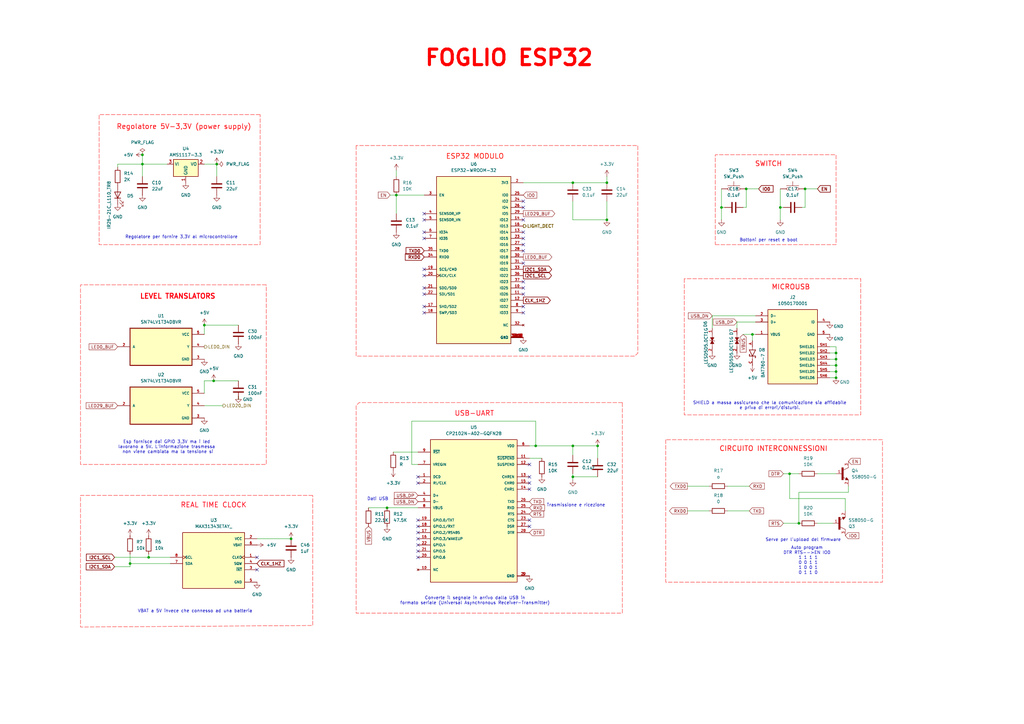
<source format=kicad_sch>
(kicad_sch (version 20250114) (generator "eeschema") (generator_version "9.0")
  (paper "A3")
  (lib_symbols
    (symbol "1050170001:1050170001" (pin_names (offset 1.016))
      (property "Reference" "J" (at -10.16 16.51 0))
      (property "Value" "1050170001" (at -10.16 -17.78 0))
      (symbol "1050170001_0_0"
        (pin bidirectional line (at -15.24 12.7 0) (length 5.08) (name "D-") (number "2"))
        (pin bidirectional line (at -15.24 10.16 0) (length 5.08) (name "D+") (number "3"))
        (pin power_in line (at -15.24 5.08 0) (length 5.08) (name "VBUS") (number "1"))
        (pin bidirectional line (at 15.24 10.16 180) (length 5.08) (name "ID") (number "4"))
        (pin power_in line (at 15.24 5.08 180) (length 5.08) (name "GND") (number "5"))
        (pin passive line (at 15.24 0 180) (length 5.08) (name "SHIELD1") (number "SH1"))
        (pin passive line (at 15.24 -2.54 180) (length 5.08) (name "SHIELD2") (number "SH2"))
        (pin passive line (at 15.24 -5.08 180) (length 5.08) (name "SHIELD3") (number "SH3"))
        (pin passive line (at 15.24 -7.62 180) (length 5.08) (name "SHIELD4") (number "SH4"))
        (pin passive line (at 15.24 -10.16 180) (length 5.08) (name "SHIELD5") (number "SH5"))
        (pin passive line (at 15.24 -12.7 180) (length 5.08) (name "SHIELD6") (number "SH6"))
      )
    )
    (symbol "BAT760-7:BAT760-7" (pin_names (offset 1.016))
      (property "Reference" "D" (at -5.08 2.54 0))
      (property "Value" "BAT760-7" (at -5.08 -3.81 0))
      (symbol "BAT760-7_0_0"
        (pin passive line (at -5.08 0 0) (length 2.54) (name "~") (number "A"))
        (pin passive line (at 5.08 0 180) (length 2.54) (name "~") (number "C"))
      )
    )
    (symbol "CP2102N-A02-GQFN28:CP2102N-A02-GQFN28" (pin_names (offset 1.016))
      (property "Reference" "U" (at -17.78 33.02 0))
      (property "Value" "CP2102N-A02-GQFN28" (at -17.78 -33.02 0))
      (symbol "CP2102N-A02-GQFN28_0_0"
        (pin input line (at -22.86 25.4 0) (length 5.08) (name "~{RST}") (number "9"))
        (pin input line (at -22.86 20.32 0) (length 5.08) (name "VREGIN") (number "7"))
        (pin input line (at -22.86 15.24 0) (length 5.08) (name "DCD") (number "1"))
        (pin bidirectional line (at -22.86 12.7 0) (length 5.08) (name "RI/CLK") (number "2"))
        (pin bidirectional line (at -22.86 7.62 0) (length 5.08) (name "D+") (number "4"))
        (pin bidirectional line (at -22.86 5.08 0) (length 5.08) (name "D-") (number "5"))
        (pin input line (at -22.86 2.54 0) (length 5.08) (name "VBUS") (number "8"))
        (pin bidirectional line (at -22.86 -2.54 0) (length 5.08) (name "GPIO.0/TXT") (number "19"))
        (pin bidirectional line (at -22.86 -5.08 0) (length 5.08) (name "GPIO.1/RXT") (number "18"))
        (pin bidirectional line (at -22.86 -7.62 0) (length 5.08) (name "GPIO.2/RS485") (number "17"))
        (pin bidirectional line (at -22.86 -10.16 0) (length 5.08) (name "GPIO.3/WAKEUP") (number "16"))
        (pin bidirectional line (at -22.86 -12.7 0) (length 5.08) (name "GPIO.4") (number "22"))
        (pin bidirectional line (at -22.86 -15.24 0) (length 5.08) (name "GPIO.5") (number "21"))
        (pin bidirectional line (at -22.86 -17.78 0) (length 5.08) (name "GPIO.6") (number "20"))
        (pin no_connect line (at -22.86 -22.86 0) (length 5.08) (name "NC") (number "10"))
        (pin power_in line (at 22.86 27.94 180) (length 5.08) (name "VDD") (number "6"))
        (pin output line (at 22.86 22.86 180) (length 5.08) (name "~{SUSPEND}") (number "11"))
        (pin output line (at 22.86 20.32 180) (length 5.08) (name "SUSPEND") (number "12"))
        (pin output line (at 22.86 15.24 180) (length 5.08) (name "CHREN") (number "13"))
        (pin output line (at 22.86 12.7 180) (length 5.08) (name "CHR0") (number "15"))
        (pin output line (at 22.86 10.16 180) (length 5.08) (name "CHR1") (number "14"))
        (pin output line (at 22.86 5.08 180) (length 5.08) (name "TXD") (number "26"))
        (pin input line (at 22.86 2.54 180) (length 5.08) (name "RXD") (number "25"))
        (pin output line (at 22.86 0 180) (length 5.08) (name "RTS") (number "24"))
        (pin input line (at 22.86 -2.54 180) (length 5.08) (name "CTS") (number "23"))
        (pin input line (at 22.86 -5.08 180) (length 5.08) (name "DSR") (number "27"))
        (pin output line (at 22.86 -7.62 180) (length 5.08) (name "DTR") (number "28"))
        (pin power_in line (at 22.86 -25.4 180) (length 5.08) (name "GND") (number "29"))
        (pin power_in line (at 22.86 -25.4 180) (length 5.08) (name "GND") (number "3"))
      )
    )
    (symbol "Device:C" (pin_numbers (hide yes)) (pin_names (offset 0.254))
      (property "Reference" "C" (at 0.635 2.54 0))
      (property "Value" "C" (at 0.635 -2.54 0))
      (symbol "C_1_1"
        (pin passive line (at 0 3.81 270) (length 2.794) (name "~") (number "1"))
        (pin passive line (at 0 -3.81 90) (length 2.794) (name "~") (number "2"))
      )
    )
    (symbol "Device:R" (pin_numbers (hide yes)) (pin_names (offset 0))
      (property "Reference" "R" (at 2.032 0 90))
      (property "Value" "R" (at 0 0 90))
      (symbol "R_1_1"
        (pin passive line (at 0 3.81 270) (length 1.27) (name "~") (number "1"))
        (pin passive line (at 0 -3.81 90) (length 1.27) (name "~") (number "2"))
      )
    )
    (symbol "ESP32-WROOM-32:ESP32-WROOM-32" (pin_names (offset 1.016))
      (property "Reference" "U" (at -15.0359 36.6745 0))
      (property "Value" "ESP32-WROOM-32" (at -15.2867 -35.6681 0))
      (symbol "ESP32-WROOM-32_0_0"
        (pin input line (at -20.32 27.94 0) (length 5.08) (name "EN") (number "3"))
        (pin input line (at -20.32 20.32 0) (length 5.08) (name "SENSOR_VP") (number "4"))
        (pin input line (at -20.32 17.78 0) (length 5.08) (name "SENSOR_VN") (number "5"))
        (pin input line (at -20.32 12.7 0) (length 5.08) (name "IO34") (number "6"))
        (pin input line (at -20.32 10.16 0) (length 5.08) (name "IO35") (number "7"))
        (pin bidirectional line (at -20.32 5.08 0) (length 5.08) (name "TXD0") (number "35"))
        (pin bidirectional line (at -20.32 2.54 0) (length 5.08) (name "RXD0") (number "34"))
        (pin bidirectional line (at -20.32 -2.54 0) (length 5.08) (name "SCS/CMD") (number "19"))
        (pin bidirectional clock (at -20.32 -5.08 0) (length 5.08) (name "SCK/CLK") (number "20"))
        (pin bidirectional line (at -20.32 -10.16 0) (length 5.08) (name "SDO/SD0") (number "21"))
        (pin bidirectional line (at -20.32 -12.7 0) (length 5.08) (name "SDI/SD1") (number "22"))
        (pin bidirectional line (at -20.32 -17.78 0) (length 5.08) (name "SHD/SD2") (number "17"))
        (pin bidirectional line (at -20.32 -20.32 0) (length 5.08) (name "SWP/SD3") (number "18"))
        (pin power_in line (at 20.32 33.02 180) (length 5.08) (name "3V3") (number "2"))
        (pin bidirectional line (at 20.32 27.94 180) (length 5.08) (name "IO0") (number "25"))
        (pin bidirectional line (at 20.32 25.4 180) (length 5.08) (name "IO2") (number "24"))
        (pin bidirectional line (at 20.32 22.86 180) (length 5.08) (name "IO4") (number "26"))
        (pin bidirectional line (at 20.32 20.32 180) (length 5.08) (name "IO5") (number "29"))
        (pin bidirectional line (at 20.32 17.78 180) (length 5.08) (name "IO12") (number "14"))
        (pin bidirectional line (at 20.32 15.24 180) (length 5.08) (name "IO13") (number "16"))
        (pin bidirectional line (at 20.32 12.7 180) (length 5.08) (name "IO14") (number "13"))
        (pin bidirectional line (at 20.32 10.16 180) (length 5.08) (name "IO15") (number "23"))
        (pin bidirectional line (at 20.32 7.62 180) (length 5.08) (name "IO16") (number "27"))
        (pin bidirectional line (at 20.32 5.08 180) (length 5.08) (name "IO17") (number "28"))
        (pin bidirectional line (at 20.32 2.54 180) (length 5.08) (name "IO18") (number "30"))
        (pin bidirectional line (at 20.32 0 180) (length 5.08) (name "IO19") (number "31"))
        (pin bidirectional line (at 20.32 -2.54 180) (length 5.08) (name "IO21") (number "33"))
        (pin bidirectional line (at 20.32 -5.08 180) (length 5.08) (name "IO22") (number "36"))
        (pin bidirectional line (at 20.32 -7.62 180) (length 5.08) (name "IO23") (number "37"))
        (pin bidirectional line (at 20.32 -10.16 180) (length 5.08) (name "IO25") (number "10"))
        (pin bidirectional line (at 20.32 -12.7 180) (length 5.08) (name "IO26") (number "11"))
        (pin bidirectional line (at 20.32 -15.24 180) (length 5.08) (name "IO27") (number "12"))
        (pin bidirectional line (at 20.32 -17.78 180) (length 5.08) (name "IO32") (number "8"))
        (pin bidirectional line (at 20.32 -20.32 180) (length 5.08) (name "IO33") (number "9"))
        (pin no_connect line (at 20.32 -25.4 180) (length 5.08) (name "NC") (number "32"))
        (pin power_in line (at 20.32 -30.48 180) (length 5.08) (name "GND") (number "1"))
        (pin power_in line (at 20.32 -30.48 180) (length 5.08) (name "GND") (number "15"))
        (pin power_in line (at 20.32 -30.48 180) (length 5.08) (name "GND") (number "38"))
        (pin power_in line (at 20.32 -30.48 180) (length 5.08) (name "GND") (number "39_1"))
        (pin power_in line (at 20.32 -30.48 180) (length 5.08) (name "GND") (number "39_10"))
        (pin power_in line (at 20.32 -30.48 180) (length 5.08) (name "GND") (number "39_11"))
        (pin power_in line (at 20.32 -30.48 180) (length 5.08) (name "GND") (number "39_12"))
        (pin power_in line (at 20.32 -30.48 180) (length 5.08) (name "GND") (number "39_13"))
        (pin power_in line (at 20.32 -30.48 180) (length 5.08) (name "GND") (number "39_14"))
        (pin power_in line (at 20.32 -30.48 180) (length 5.08) (name "GND") (number "39_15"))
        (pin power_in line (at 20.32 -30.48 180) (length 5.08) (name "GND") (number "39_16"))
        (pin power_in line (at 20.32 -30.48 180) (length 5.08) (name "GND") (number "39_17"))
        (pin power_in line (at 20.32 -30.48 180) (length 5.08) (name "GND") (number "39_18"))
        (pin power_in line (at 20.32 -30.48 180) (length 5.08) (name "GND") (number "39_19"))
        (pin power_in line (at 20.32 -30.48 180) (length 5.08) (name "GND") (number "39_2"))
        (pin power_in line (at 20.32 -30.48 180) (length 5.08) (name "GND") (number "39_20"))
        (pin power_in line (at 20.32 -30.48 180) (length 5.08) (name "GND") (number "39_21"))
        (pin power_in line (at 20.32 -30.48 180) (length 5.08) (name "GND") (number "39_3"))
        (pin power_in line (at 20.32 -30.48 180) (length 5.08) (name "GND") (number "39_4"))
        (pin power_in line (at 20.32 -30.48 180) (length 5.08) (name "GND") (number "39_5"))
        (pin power_in line (at 20.32 -30.48 180) (length 5.08) (name "GND") (number "39_6"))
        (pin power_in line (at 20.32 -30.48 180) (length 5.08) (name "GND") (number "39_7"))
        (pin power_in line (at 20.32 -30.48 180) (length 5.08) (name "GND") (number "39_8"))
        (pin power_in line (at 20.32 -30.48 180) (length 5.08) (name "GND") (number "39_9"))
      )
    )
    (symbol "LED:IR26-21C_L110_TR8" (pin_numbers (hide yes)) (pin_names (offset 1.016) (hide yes))
      (property "Reference" "D" (at 0 2.54 0))
      (property "Value" "IR26-21C_L110_TR8" (at 0 -3.81 0))
      (symbol "IR26-21C_L110_TR8_1_1"
        (pin passive line (at -3.81 0 0) (length 2.54) (name "K") (number "1"))
        (pin passive line (at 3.81 0 180) (length 2.54) (name "A") (number "2"))
      )
    )
    (symbol "LESD5D5.0CT1G:LESD5D5.0CT1G" (pin_names (offset 1.016))
      (property "Reference" "D" (at -5.08 2.54 0))
      (property "Value" "LESD5D5.0CT1G" (at -5.08 -5.08 0))
      (symbol "LESD5D5.0CT1G_0_0"
        (pin passive line (at -5.08 0 0) (length 2.54) (name "~") (number "1"))
        (pin passive line (at 5.08 0 180) (length 2.54) (name "~") (number "2"))
      )
    )
    (symbol "MAX31343ETAY_:MAX31343ETAY_" (pin_names (offset 1.016))
      (property "Reference" "U" (at -12.7 11.43 0))
      (property "Value" "MAX31343ETAY_" (at -12.7 -15.24 0))
      (symbol "MAX31343ETAY__0_0"
        (pin input clock (at -17.78 0 0) (length 5.08) (name "SCL") (number "8"))
        (pin bidirectional line (at -17.78 -2.54 0) (length 5.08) (name "SDA") (number "7"))
        (pin power_in line (at 17.78 7.62 180) (length 5.08) (name "VCC") (number "2"))
        (pin power_in line (at 17.78 5.08 180) (length 5.08) (name "VBAT") (number "6"))
        (pin output clock (at 17.78 0 180) (length 5.08) (name "CLKO") (number "1"))
        (pin output line (at 17.78 -2.54 180) (length 5.08) (name "SQW") (number "4"))
        (pin output line (at 17.78 -5.08 180) (length 5.08) (name "~{INT}") (number "3"))
        (pin power_in line (at 17.78 -10.16 180) (length 5.08) (name "GND") (number "5"))
        (pin power_in line (at 17.78 -10.16 180) (length 5.08) (hide yes) (name "GND") (number "9"))
      )
    )
    (symbol "Regulator_Linear:AMS1117-3.3"
      (property "Reference" "U" (at -3.81 3.175 0))
      (property "Value" "AMS1117-3.3" (at 0 3.175 0))
      (symbol "AMS1117-3.3_1_1"
        (pin power_in line (at -7.62 0 0) (length 2.54) (name "VI") (number "3"))
        (pin power_in line (at 0 -7.62 90) (length 2.54) (name "GND") (number "1"))
        (pin power_out line (at 7.62 0 180) (length 2.54) (name "VO") (number "2"))
      )
    )
    (symbol "SN74LV1T34DBVR:SN74LV1T34DBVR" (pin_names (offset 1.016))
      (property "Reference" "U" (at -12.7 8.62 0))
      (property "Value" "SN74LV1T34DBVR" (at -12.7 -11.62 0))
      (symbol "SN74LV1T34DBVR_0_0"
        (pin input line (at -17.78 0 0) (length 5.08) (name "A") (number "2"))
        (pin power_in line (at 17.78 5.08 180) (length 5.08) (name "VCC") (number "5"))
        (pin output line (at 17.78 0 180) (length 5.08) (name "Y") (number "4"))
        (pin power_in line (at 17.78 -5.08 180) (length 5.08) (name "GND") (number "3"))
      )
    )
    (symbol "SS8050-G:SS8050-G" (pin_names (offset 1.016))
      (property "Reference" "Q" (at -10.16 7.62 0))
      (property "Value" "SS8050-G" (at -10.16 -7.62 0))
      (symbol "SS8050-G_0_0"
        (pin passive line (at -2.54 0 0) (length 2.54) (name "~") (number "1"))
        (pin passive line (at 2.54 5.08 270) (length 2.54) (name "~") (number "3"))
        (pin passive line (at 2.54 -5.08 90) (length 2.54) (name "~") (number "2"))
      )
    )
    (symbol "Switch:SW_Push" (pin_numbers (hide yes)) (pin_names (offset 1.016) (hide yes))
      (property "Reference" "SW" (at 1.27 2.54 0))
      (property "Value" "SW_Push" (at 0 -1.524 0))
      (symbol "SW_Push_0_1"
        (pin passive line (at -5.08 0 0) (length 2.54) (name "1") (number "1"))
        (pin passive line (at 5.08 0 180) (length 2.54) (name "2") (number "2"))
      )
    )
    (symbol "power:+3.3V" (power) (pin_numbers (hide yes)) (pin_names (offset 0) (hide yes))
      (property "Value" "+3.3V" (at 0 3.556 0))
      (symbol "+3.3V_1_1"
        (pin power_in line (at 0 0 90) (length 0) (name "~") (number "1"))
      )
    )
    (symbol "power:+5V" (power) (pin_numbers (hide yes)) (pin_names (offset 0) (hide yes))
      (property "Value" "+5V" (at 0 3.556 0))
      (symbol "+5V_1_1"
        (pin power_in line (at 0 0 90) (length 0) (name "~") (number "1"))
      )
    )
    (symbol "power:GND" (power) (pin_numbers (hide yes)) (pin_names (offset 0) (hide yes))
      (property "Value" "GND" (at 0 -3.81 0))
      (symbol "GND_1_1"
        (pin power_in line (at 0 0 270) (length 0) (name "~") (number "1"))
      )
    )
    (symbol "power:PWR_FLAG" (power) (pin_numbers (hide yes)) (pin_names (offset 0) (hide yes))
      (property "Value" "PWR_FLAG" (at 0 3.81 0))
      (symbol "PWR_FLAG_0_0"
        (pin power_out line (at 0 0 90) (length 0) (name "~") (number "1"))
      )
    )
  )
  (text "Bottoni per reset e boot\n" (at 315.214 98.552 0) (effects (font (size 1.27 1.27))))
  (text "USB-UART" (at 194.564 169.672 0) (effects (font (size 2.032 2.032) (thickness 0.254) (bold yes))))
  (text "Regolatore per fornire 3,3V al microcontrollore" (at 74.422 97.282 0) (effects (font (size 1.27 1.27))))
  (text "FOGLIO ESP32\n" (at 208.788 23.876 0) (effects (font (size 6.35 6.35) (thickness 1.27) (bold yes))))
  (text "Regolatore 5V-3,3V (power supply)\n" (at 75.438 52.07 0) (effects (font (size 2.032 2.032) (thickness 0.254) (bold yes))))
  (text "CIRCUITO INTERCONNESSIONI" (at 317.246 184.15 0) (effects (font (size 2.032 2.032) (thickness 0.254) (bold yes))))
  (text "LEVEL TRANSLATORS" (at 72.898 121.666 0) (effects (font (size 2.032 2.032) (thickness 0.4064) (bold yes))))
  (text "VBAT a 5V invece che connesso ad una batteria" (at 80.01 250.698 0) (effects (font (size 1.27 1.27))))
  (text "Serve per l'upload del firmware" (at 329.438 221.488 0) (effects (font (size 1.27 1.27))))
  (text "Trasmissione e ricezione" (at 236.22 207.264 0) (effects (font (size 1.27 1.27))))
  (text "Auto program\nDTR RTS-->EN IO0\n 1 1 1 1\n 0 0 1 1\n 1 0 0 1\n 0 1 1 0" (at 330.962 229.87 0) (effects (font (size 1.27 1.27))))
  (text "SHIELD a massa assicurano che la comunicazione sia affidabile\ne priva di errori/disturbi.\n" (at 315.722 166.37 0) (effects (font (size 1.27 1.27))))
  (text "Dati USB" (at 154.94 204.724 0) (effects (font (size 1.27 1.27))))
  (text "MICROUSB" (at 324.358 117.856 0) (effects (font (size 2.032 2.032) (thickness 0.254) (bold yes))))
  (text "Esp fornisce dai GPIO 3,3V ma i led \nlavorano a 5V. L'informazione trasmessa \nnon viene cambiata ma la tensione si" (at 68.834 183.388 0) (effects (font (size 1.27 1.27))))
  (text "SWITCH" (at 315.214 67.31 0) (effects (font (size 2.032 2.032) (thickness 0.254) (bold yes))))
  (text "Converte il segnale in arrivo dalla USB in\nformato seriale (Universal Asynchronous Receiver-Transmitter)" (at 194.818 246.38 0) (effects (font (size 1.27 1.27))))
  (text "ESP32 MODULO" (at 194.818 64.262 0) (effects (font (size 2.032 2.032) (thickness 0.254) (bold yes))))
  (text "REAL TIME CLOCK" (at 87.63 207.264 0) (effects (font (size 2.032 2.032) (thickness 0.254) (bold yes))))
  (junction (at 342.9 152.4))
  (junction (at 219.71 182.88))
  (junction (at 323.85 194.31))
  (junction (at 248.92 90.17))
  (junction (at 327.66 214.63))
  (junction (at 234.95 74.93))
  (junction (at 306.07 77.47))
  (junction (at 342.9 147.32))
  (junction (at 53.34 231.14))
  (junction (at 330.2 77.47))
  (junction (at 60.96 228.6))
  (junction (at 342.9 149.86))
  (junction (at 234.95 195.58))
  (junction (at 58.42 67.31))
  (junction (at 245.11 182.88))
  (junction (at 87.63 156.21))
  (junction (at 342.9 154.94))
  (junction (at 58.42 63.5))
  (junction (at 234.95 182.88))
  (junction (at 295.91 85.09))
  (junction (at 88.9 67.31))
  (junction (at 83.82 133.35))
  (junction (at 308.61 137.16))
  (junction (at 320.04 85.09))
  (junction (at 342.9 144.78))
  (junction (at 158.75 208.28))
  (junction (at 248.92 74.93))
  (junction (at 119.38 220.98))
  (junction (at 162.56 80.01))
  (no_connect (at 214.63 118.11))
  (no_connect (at 214.63 95.25))
  (no_connect (at 173.99 95.25))
  (no_connect (at 171.45 215.9))
  (no_connect (at 171.45 198.12))
  (no_connect (at 173.99 128.27))
  (no_connect (at 171.45 213.36))
  (no_connect (at 173.99 120.65))
  (no_connect (at 214.63 115.57))
  (no_connect (at 214.63 125.73))
  (no_connect (at 214.63 82.55))
  (no_connect (at 214.63 102.87))
  (no_connect (at 214.63 85.09))
  (no_connect (at 105.41 233.68))
  (no_connect (at 217.17 215.9))
  (no_connect (at 173.99 110.49))
  (no_connect (at 171.45 223.52))
  (no_connect (at 171.45 220.98))
  (no_connect (at 171.45 218.44))
  (no_connect (at 214.63 100.33))
  (no_connect (at 171.45 228.6))
  (no_connect (at 214.63 120.65))
  (no_connect (at 217.17 195.58))
  (no_connect (at 217.17 190.5))
  (no_connect (at 105.41 228.6))
  (no_connect (at 173.99 97.79))
  (no_connect (at 173.99 113.03))
  (no_connect (at 171.45 226.06))
  (no_connect (at 217.17 198.12))
  (no_connect (at 214.63 128.27))
  (no_connect (at 214.63 90.17))
  (no_connect (at 173.99 90.17))
  (no_connect (at 214.63 107.95))
  (no_connect (at 217.17 213.36))
  (no_connect (at 173.99 87.63))
  (no_connect (at 214.63 97.79))
  (no_connect (at 173.99 118.11))
  (no_connect (at 173.99 125.73))
  (no_connect (at 217.17 200.66))
  (no_connect (at 171.45 195.58))
  (wire (pts (xy 306.07 85.09) (xy 306.07 77.47)))
  (wire (pts (xy 46.99 228.6) (xy 60.96 228.6)))
  (wire (pts (xy 323.85 204.47) (xy 323.85 194.31)))
  (wire (pts (xy 320.04 77.47) (xy 320.04 85.09)))
  (wire (pts (xy 342.9 147.32) (xy 342.9 144.78)))
  (wire (pts (xy 58.42 63.5) (xy 58.42 67.31)))
  (wire (pts (xy 292.1 129.54) (xy 309.88 129.54)))
  (wire (pts (xy 219.71 172.72) (xy 219.71 182.88)))
  (wire (pts (xy 234.95 194.31) (xy 234.95 195.58)))
  (wire (pts (xy 83.82 133.35) (xy 97.79 133.35)))
  (wire (pts (xy 234.95 182.88) (xy 245.11 182.88)))
  (wire (pts (xy 330.2 77.47) (xy 335.28 77.47)))
  (wire (pts (xy 342.9 154.94) (xy 342.9 152.4)))
  (wire (pts (xy 234.95 182.88) (xy 234.95 186.69)))
  (wire (pts (xy 340.36 154.94) (xy 342.9 154.94)))
  (wire (pts (xy 342.9 144.78) (xy 342.9 142.24)))
  (wire (pts (xy 302.26 132.08) (xy 309.88 132.08)))
  (wire (pts (xy 298.45 199.39) (xy 307.34 199.39)))
  (wire (pts (xy 219.71 182.88) (xy 234.95 182.88)))
  (wire (pts (xy 321.31 214.63) (xy 327.66 214.63)))
  (wire (pts (xy 151.13 208.28) (xy 158.75 208.28)))
  (wire (pts (xy 234.95 195.58) (xy 234.95 196.85)))
  (wire (pts (xy 340.36 149.86) (xy 342.9 149.86)))
  (wire (pts (xy 308.61 137.16) (xy 309.88 137.16)))
  (wire (pts (xy 162.56 80.01) (xy 173.99 80.01)))
  (wire (pts (xy 320.04 85.09) (xy 320.04 90.17)))
  (wire (pts (xy 340.36 144.78) (xy 342.9 144.78)))
  (wire (pts (xy 97.79 163.83) (xy 97.79 162.56)))
  (wire (pts (xy 306.07 77.47) (xy 311.15 77.47)))
  (wire (pts (xy 234.95 74.93) (xy 248.92 74.93)))
  (wire (pts (xy 91.44 166.37) (xy 83.82 166.37)))
  (wire (pts (xy 58.42 67.31) (xy 68.58 67.31)))
  (wire (pts (xy 88.9 67.31) (xy 88.9 72.39)))
  (wire (pts (xy 48.26 67.31) (xy 58.42 67.31)))
  (wire (pts (xy 292.1 134.62) (xy 292.1 129.54)))
  (wire (pts (xy 321.31 194.31) (xy 323.85 194.31)))
  (wire (pts (xy 245.11 195.58) (xy 234.95 195.58)))
  (wire (pts (xy 304.8 85.09) (xy 306.07 85.09)))
  (wire (pts (xy 248.92 82.55) (xy 248.92 90.17)))
  (wire (pts (xy 342.9 152.4) (xy 342.9 149.86)))
  (wire (pts (xy 69.85 228.6) (xy 60.96 228.6)))
  (wire (pts (xy 162.56 87.63) (xy 162.56 80.01)))
  (wire (pts (xy 340.36 152.4) (xy 342.9 152.4)))
  (wire (pts (xy 302.26 134.62) (xy 302.26 132.08)))
  (wire (pts (xy 105.41 220.98) (xy 119.38 220.98)))
  (wire (pts (xy 162.56 69.85) (xy 162.56 72.39)))
  (wire (pts (xy 83.82 161.29) (xy 83.82 156.21)))
  (wire (pts (xy 245.11 187.96) (xy 245.11 182.88)))
  (wire (pts (xy 335.28 214.63) (xy 341.63 214.63)))
  (wire (pts (xy 295.91 77.47) (xy 295.91 85.09)))
  (wire (pts (xy 295.91 85.09) (xy 295.91 90.17)))
  (wire (pts (xy 342.9 149.86) (xy 342.9 147.32)))
  (wire (pts (xy 83.82 156.21) (xy 87.63 156.21)))
  (wire (pts (xy 217.17 187.96) (xy 222.25 187.96)))
  (wire (pts (xy 234.95 90.17) (xy 248.92 90.17)))
  (wire (pts (xy 281.94 209.55) (xy 290.83 209.55)))
  (wire (pts (xy 298.45 209.55) (xy 307.34 209.55)))
  (wire (pts (xy 60.96 228.6) (xy 60.96 227.33)))
  (wire (pts (xy 328.93 85.09) (xy 330.2 85.09)))
  (wire (pts (xy 323.85 194.31) (xy 327.66 194.31)))
  (wire (pts (xy 346.71 204.47) (xy 323.85 204.47)))
  (wire (pts (xy 83.82 137.16) (xy 83.82 133.35)))
  (wire (pts (xy 320.04 85.09) (xy 321.31 85.09)))
  (wire (pts (xy 248.92 72.39) (xy 248.92 74.93)))
  (wire (pts (xy 171.45 190.5) (xy 168.91 190.5)))
  (wire (pts (xy 330.2 85.09) (xy 330.2 77.47)))
  (wire (pts (xy 168.91 172.72) (xy 219.71 172.72)))
  (wire (pts (xy 53.34 232.41) (xy 53.34 231.14)))
  (wire (pts (xy 340.36 147.32) (xy 342.9 147.32)))
  (wire (pts (xy 347.98 201.93) (xy 347.98 199.39)))
  (wire (pts (xy 335.28 194.31) (xy 342.9 194.31)))
  (wire (pts (xy 160.02 80.01) (xy 162.56 80.01)))
  (wire (pts (xy 58.42 72.39) (xy 58.42 67.31)))
  (wire (pts (xy 168.91 190.5) (xy 168.91 172.72)))
  (wire (pts (xy 342.9 142.24) (xy 340.36 142.24)))
  (wire (pts (xy 217.17 182.88) (xy 219.71 182.88)))
  (wire (pts (xy 161.29 185.42) (xy 171.45 185.42)))
  (wire (pts (xy 346.71 209.55) (xy 346.71 204.47)))
  (wire (pts (xy 234.95 82.55) (xy 234.95 90.17)))
  (wire (pts (xy 48.26 68.58) (xy 48.26 67.31)))
  (wire (pts (xy 281.94 199.39) (xy 290.83 199.39)))
  (wire (pts (xy 308.61 139.7) (xy 308.61 137.16)))
  (wire (pts (xy 214.63 74.93) (xy 234.95 74.93)))
  (wire (pts (xy 304.8 137.16) (xy 308.61 137.16)))
  (wire (pts (xy 46.99 232.41) (xy 53.34 232.41)))
  (wire (pts (xy 69.85 231.14) (xy 53.34 231.14)))
  (wire (pts (xy 295.91 85.09) (xy 297.18 85.09)))
  (wire (pts (xy 88.9 67.31) (xy 83.82 67.31)))
  (wire (pts (xy 327.66 201.93) (xy 347.98 201.93)))
  (wire (pts (xy 158.75 208.28) (xy 171.45 208.28)))
  (wire (pts (xy 87.63 156.21) (xy 97.79 156.21)))
  (wire (pts (xy 53.34 231.14) (xy 53.34 227.33)))
  (wire (pts (xy 327.66 214.63) (xy 327.66 201.93)))
  (global_label "EN" (shape input) (at 335.28 77.47 0) (effects (font (thickness 0.254) (bold yes))) (property "Intersheetrefs" "${INTERSHEET_REFS}" (effects (hide yes))))
  (global_label "IO0" (shape input) (at 214.63 80.01 0) (property "Intersheetrefs" "${INTERSHEET_REFS}" (effects (hide yes))))
  (global_label "LED0_BUF" (shape output) (at 214.63 105.41 0) (property "Intersheetrefs" "${INTERSHEET_REFS}" (effects (hide yes))))
  (global_label "I2C1_SDA" (shape output) (at 214.63 110.49 0) (effects (font (thickness 0.254) (bold yes))) (property "Intersheetrefs" "${INTERSHEET_REFS}" (effects (hide yes))))
  (global_label "TXD" (shape input) (at 307.34 209.55 0) (property "Intersheetrefs" "${INTERSHEET_REFS}" (effects (hide yes))))
  (global_label "TXD0" (shape input) (at 173.99 102.87 180) (effects (font (thickness 0.254) (bold yes))) (property "Intersheetrefs" "${INTERSHEET_REFS}" (effects (hide yes))))
  (global_label "USB_DP" (shape input) (at 302.26 132.08 180) (property "Intersheetrefs" "${INTERSHEET_REFS}" (effects (hide yes))))
  (global_label "VBUS" (shape input) (at 304.8 137.16 270) (property "Intersheetrefs" "${INTERSHEET_REFS}" (effects (hide yes))))
  (global_label "RXD0" (shape output) (at 281.94 209.55 180) (property "Intersheetrefs" "${INTERSHEET_REFS}" (effects (hide yes))))
  (global_label "IO0" (shape input) (at 346.71 219.71 0) (property "Intersheetrefs" "${INTERSHEET_REFS}" (effects (hide yes))))
  (global_label "CLK_1HZ" (shape output) (at 214.63 123.19 0) (effects (font (thickness 0.254) (bold yes))) (property "Intersheetrefs" "${INTERSHEET_REFS}" (effects (hide yes))))
  (global_label "I2C1_SCL" (shape output) (at 214.63 113.03 0) (effects (font (thickness 0.254) (bold yes))) (property "Intersheetrefs" "${INTERSHEET_REFS}" (effects (hide yes))))
  (global_label "TXD0" (shape output) (at 281.94 199.39 180) (property "Intersheetrefs" "${INTERSHEET_REFS}" (effects (hide yes))))
  (global_label "EN" (shape input) (at 160.02 80.01 180) (property "Intersheetrefs" "${INTERSHEET_REFS}" (effects (hide yes))))
  (global_label "I2C1_SDA" (shape input) (at 46.99 232.41 180) (effects (font (thickness 0.254) (bold yes))) (property "Intersheetrefs" "${INTERSHEET_REFS}" (effects (hide yes))))
  (global_label "LED29_BUF" (shape input) (at 48.26 166.37 180) (property "Intersheetrefs" "${INTERSHEET_REFS}" (effects (hide yes))))
  (global_label "RXD" (shape input) (at 307.34 199.39 0) (property "Intersheetrefs" "${INTERSHEET_REFS}" (effects (hide yes))))
  (global_label "I2C1_SCL" (shape input) (at 46.99 228.6 180) (effects (font (thickness 0.254) (bold yes))) (property "Intersheetrefs" "${INTERSHEET_REFS}" (effects (hide yes))))
  (global_label "LED0_BUF" (shape input) (at 48.26 142.24 180) (property "Intersheetrefs" "${INTERSHEET_REFS}" (effects (hide yes))))
  (global_label "RXD0" (shape input) (at 173.99 105.41 180) (effects (font (thickness 0.254) (bold yes))) (property "Intersheetrefs" "${INTERSHEET_REFS}" (effects (hide yes))))
  (global_label "USB_DN" (shape input) (at 171.45 205.74 180) (property "Intersheetrefs" "${INTERSHEET_REFS}" (effects (hide yes))))
  (global_label "DTR" (shape input) (at 217.17 218.44 0) (property "Intersheetrefs" "${INTERSHEET_REFS}" (effects (hide yes))))
  (global_label "IO0" (shape input) (at 311.15 77.47 0) (effects (font (thickness 0.254) (bold yes))) (property "Intersheetrefs" "${INTERSHEET_REFS}" (effects (hide yes))))
  (global_label "TXD" (shape input) (at 217.17 205.74 0) (property "Intersheetrefs" "${INTERSHEET_REFS}" (effects (hide yes))))
  (global_label "VBUS" (shape input) (at 151.13 215.9 270) (property "Intersheetrefs" "${INTERSHEET_REFS}" (effects (hide yes))))
  (global_label "EN" (shape input) (at 347.98 189.23 0) (property "Intersheetrefs" "${INTERSHEET_REFS}" (effects (hide yes))))
  (global_label "USB_DP" (shape input) (at 171.45 203.2 180) (property "Intersheetrefs" "${INTERSHEET_REFS}" (effects (hide yes))))
  (global_label "CLK_1HZ" (shape input) (at 105.41 231.14 0) (effects (font (thickness 0.254) (bold yes))) (property "Intersheetrefs" "${INTERSHEET_REFS}" (effects (hide yes))))
  (global_label "RTS" (shape input) (at 217.17 210.82 0) (property "Intersheetrefs" "${INTERSHEET_REFS}" (effects (hide yes))))
  (global_label "DTR" (shape input) (at 321.31 194.31 180) (property "Intersheetrefs" "${INTERSHEET_REFS}" (effects (hide yes))))
  (global_label "USB_DN" (shape input) (at 292.1 129.54 180) (property "Intersheetrefs" "${INTERSHEET_REFS}" (effects (hide yes))))
  (global_label "RXD" (shape input) (at 217.17 208.28 0) (property "Intersheetrefs" "${INTERSHEET_REFS}" (effects (hide yes))))
  (global_label "RTS" (shape input) (at 321.31 214.63 180) (property "Intersheetrefs" "${INTERSHEET_REFS}" (effects (hide yes))))
  (global_label "LED29_BUF" (shape output) (at 214.63 87.63 0) (property "Intersheetrefs" "${INTERSHEET_REFS}" (effects (hide yes))))
  (hierarchical_label "LED0_DIN" (shape output) (at 83.82 142.24 0))
  (hierarchical_label "LIGHT_DECT" (shape output) (at 214.63 92.71 0) (effects (font (thickness 0.254) (bold yes))))
  (hierarchical_label "LED20_DIN" (shape output) (at 91.44 166.37 0))
  (rule_area (polyline (pts (xy 146.05 59.69) (xy 146.05 146.05) (xy 260.35 146.05) (xy 261.62 144.78) (xy 261.62 59.69)) (stroke (width 0) (type dash))))
  (rule_area (polyline (pts (xy 255.27 165.1) (xy 147.32 165.1) (xy 146.05 166.37) (xy 146.05 251.46) (xy 255.27 251.46)) (stroke (width 0) (type dash))))
  (rule_area (polyline (pts (xy 273.05 180.34) (xy 273.05 238.76) (xy 361.95 238.76) (xy 361.95 180.34)) (stroke (width 0) (type dash))))
  (rule_area (polyline (pts (xy 106.68 46.99) (xy 40.64 46.99) (xy 40.64 100.33) (xy 106.68 100.33)) (stroke (width 0) (type dash))))
  (rule_area (polyline (pts (xy 109.22 116.84) (xy 33.02 116.84) (xy 33.02 190.5) (xy 109.22 190.5)) (stroke (width 0) (type dash))))
  (rule_area (polyline (pts (xy 280.67 114.3) (xy 280.67 170.18) (xy 353.06 170.18) (xy 353.06 114.3)) (stroke (width 0) (type dash))))
  (rule_area (polyline (pts (xy 293.37 100.33) (xy 342.9 100.33) (xy 342.9 63.5) (xy 293.37 63.5)) (stroke (width 0) (type dash))))
  (rule_area (polyline (pts (xy 128.27 203.2) (xy 33.02 203.2) (xy 33.02 250.825) (xy 33.02 257.175) (xy 128.27 256.54)) (stroke (width 0) (type dash))))
  (symbol (lib_id "power:+5V") (at 87.63 156.21 0) (unit 1)
    (property "Reference" "#PWR065" (effects (hide yes)))
    (property "Value" "+5V" (at 87.63 151.13 0))
    (property "Description" "Power symbol creates a global label with name \"+5V\"" (effects (hide yes)))
  )
  (symbol (lib_id "Device:R") (at 294.64 209.55 90) (unit 1)
    (property "Reference" "R18" (at 294.64 203.2 90))
    (property "Value" "0" (at 294.64 205.74 90))
    (property "Footprint" "Resistor_SMD:R_0402_1005Metric" (effects (hide yes)))
    (property "Description" "Resistor" (effects (hide yes)))
  )
  (symbol (lib_id "power:+3.3V") (at 248.92 72.39 0) (unit 1)
    (property "Reference" "#PWR073" (effects (hide yes)))
    (property "Value" "+3.3V" (at 248.92 67.31 0))
    (property "Description" "Power symbol creates a global label with name \"+3.3V\"" (effects (hide yes)))
  )
  (symbol (lib_id "LESD5D5.0CT1G:LESD5D5.0CT1G") (at 302.26 139.7 270) (unit 1)
    (property "Reference" "D7" (at 299.974 134.874 0) (effects (justify left)))
    (property "Value" "LESD5D5.0CT1G" (at 299.974 137.922 0) (effects (justify left)))
    (property "Footprint" "LESD5D5.0CT1G diodo:TVS_LESD5D5.0CT1G" (effects (hide yes)))
    (property "Description" "diodo soppressore di tensione transitoria" (effects (hide yes)))
    (property "MF" "Leshan Radio Co." (effects (hide yes)))
    (property "MAXIMUM_PACKAGE_HEIGHT" "0.7 mm" (effects (hide yes)))
    (property "Package" "None" (effects (hide yes)))
    (property "Price" "None" (effects (hide yes)))
    (property "Check_prices" "https://www.snapeda.com/parts/LESD5D5.0CT1G/Leshan+Radio/view-part/?ref=eda" (effects (hide yes)))
    (property "STANDARD" "Manufacturer Recommendations" (effects (hide yes)))
    (property "PARTREV" "O" (effects (hide yes)))
    (property "SnapEDA_Link" "https://www.snapeda.com/parts/LESD5D5.0CT1G/Leshan+Radio/view-part/?ref=snap" (effects (hide yes)))
    (property "MP" "LESD5D5.0CT1G" (effects (hide yes)))
    (property "Description_1" "Transient Voltage Suppressors for ESD Protection" (effects (hide yes)))
    (property "Availability" "In Stock" (effects (hide yes)))
    (property "MANUFACTURER" "LRC" (effects (hide yes)))
  )
  (symbol (lib_id "power:GND") (at 320.04 90.17 0) (unit 1)
    (property "Reference" "#PWR033" (effects (hide yes)))
    (property "Value" "GND" (at 320.04 95.25 0))
    (property "Description" "Power symbol creates a global label with name \"GND\" , ground" (effects (hide yes)))
  )
  (symbol (lib_id "Device:C") (at 234.95 190.5 180) (unit 1)
    (property "Reference" "C12" (at 238.76 189.2299 0) (effects (justify right)))
    (property "Value" "0,1uF" (at 238.76 191.7699 0) (effects (justify right)))
    (property "Footprint" "Capacitor_Tantalum_SMD:CP_EIA-1608-08_AVX-J" (effects (hide yes)))
    (property "Description" "Unpolarized capacitor" (effects (hide yes)))
  )
  (symbol (lib_id "SN74LV1T34DBVR:SN74LV1T34DBVR") (at 66.04 142.24 0) (unit 1)
    (property "Reference" "U1" (at 66.04 129.54 0))
    (property "Value" "SN74LV1T34DBVR" (at 66.04 132.08 0))
    (property "Footprint" "LEVEL TRANSLATOR SN74LV1T34DBVR:SOT95P280X145-5N" (effects (hide yes)))
    (property "MF" "Texas Instruments" (effects (hide yes)))
    (property "Description_1" "Single Power Supply BUFFER Logic Level Shifter (no enable)" (effects (hide yes)))
    (property "Package" "SOT-23-5 Texas Instruments" (effects (hide yes)))
    (property "Price" "None" (effects (hide yes)))
    (property "SnapEDA_Link" "https://www.snapeda.com/parts/SN74LV1T34DBVR/Texas+Instruments/view-part/?ref=snap" (effects (hide yes)))
    (property "MP" "SN74LV1T34DBVR" (effects (hide yes)))
    (property "Availability" "In Stock" (effects (hide yes)))
    (property "Check_prices" "https://www.snapeda.com/parts/SN74LV1T34DBVR/Texas+Instruments/view-part/?ref=eda" (effects (hide yes)))
  )
  (symbol (lib_id "SS8050-G:SS8050-G") (at 344.17 214.63 0) (mirror x) (unit 1)
    (property "Reference" "Q3" (at 347.98 215.9001 0) (effects (justify left)))
    (property "Value" "SS8050-G" (at 347.98 213.3601 0) (effects (justify left)))
    (property "Footprint" "Transistor NPN SS8050-G:TRANS_SS8050-G" (effects (hide yes)))
    (property "MF" "Comchip Technology" (effects (hide yes)))
    (property "MAXIMUM_PACKAGE_HEIGHT" "1.05 mm" (effects (hide yes)))
    (property "Package" "TO-236 Comchip" (effects (hide yes)))
    (property "Price" "None" (effects (hide yes)))
    (property "Check_prices" "https://www.snapeda.com/parts/SS8050-G/Comchip/view-part/?ref=eda" (effects (hide yes)))
    (property "STANDARD" "Manufacturer Recommendations" (effects (hide yes)))
    (property "PARTREV" "A" (effects (hide yes)))
    (property "SnapEDA_Link" "https://www.snapeda.com/parts/SS8050-G/Comchip/view-part/?ref=snap" (effects (hide yes)))
    (property "MP" "SS8050-G" (effects (hide yes)))
    (property "Description_1" "Bipolar (BJT) Transistor NPN 25 V 1.5 A 100MHz 300 mW Surface Mount SOT-23-3" (effects (hide yes)))
    (property "Availability" "In Stock" (effects (hide yes)))
    (property "MANUFACTURER" "Comchip" (effects (hide yes)))
  )
  (symbol (lib_id "Device:C") (at 162.56 91.44 180) (unit 1)
    (property "Reference" "C13" (at 166.37 90.1699 0) (effects (justify right)))
    (property "Value" "0,1uF" (at 166.37 92.7099 0) (effects (justify right)))
    (property "Footprint" "Capacitor_Tantalum_SMD:CP_EIA-1608-08_AVX-J" (effects (hide yes)))
    (property "Description" "Unpolarized capacitor" (effects (hide yes)))
  )
  (symbol (lib_id "Device:R") (at 60.96 223.52 0) (unit 1)
    (property "Reference" "R6" (at 63.5 222.2499 0) (effects (justify left)))
    (property "Value" "10k" (at 63.5 224.7899 0) (effects (justify left)))
    (property "Footprint" "Resistor_SMD:R_0201_0603Metric" (effects (hide yes)))
    (property "Description" "Resistor" (effects (hide yes)))
  )
  (symbol (lib_id "Device:C") (at 97.79 137.16 0) (unit 1)
    (property "Reference" "C30" (at 101.6 135.8899 0) (effects (justify left)))
    (property "Value" "100nF" (at 101.6 138.4299 0) (effects (justify left)))
    (property "Footprint" "Capacitor_Tantalum_SMD:CP_EIA-1608-08_AVX-J" (effects (hide yes)))
    (property "Description" "Unpolarized capacitor" (effects (hide yes)))
  )
  (symbol (lib_id "power:GND") (at 105.41 238.76 0) (unit 1)
    (property "Reference" "#PWR094" (effects (hide yes)))
    (property "Value" "GND" (at 105.41 243.84 0))
    (property "Description" "Power symbol creates a global label with name \"GND\" , ground" (effects (hide yes)))
  )
  (symbol (lib_id "SN74LV1T34DBVR:SN74LV1T34DBVR") (at 66.04 166.37 0) (unit 1)
    (property "Reference" "U2" (at 66.04 153.67 0))
    (property "Value" "SN74LV1T34DBVR" (at 66.04 156.21 0))
    (property "Footprint" "LEVEL TRANSLATOR SN74LV1T34DBVR:SOT95P280X145-5N" (effects (hide yes)))
    (property "MF" "Texas Instruments" (effects (hide yes)))
    (property "Description_1" "Single Power Supply BUFFER Logic Level Shifter (no enable)" (effects (hide yes)))
    (property "Package" "SOT-23-5 Texas Instruments" (effects (hide yes)))
    (property "Price" "None" (effects (hide yes)))
    (property "SnapEDA_Link" "https://www.snapeda.com/parts/SN74LV1T34DBVR/Texas+Instruments/view-part/?ref=snap" (effects (hide yes)))
    (property "MP" "SN74LV1T34DBVR" (effects (hide yes)))
    (property "Availability" "In Stock" (effects (hide yes)))
    (property "Check_prices" "https://www.snapeda.com/parts/SN74LV1T34DBVR/Texas+Instruments/view-part/?ref=eda" (effects (hide yes)))
  )
  (symbol (lib_id "power:GND") (at 295.91 90.17 0) (unit 1)
    (property "Reference" "#PWR032" (effects (hide yes)))
    (property "Value" "GND" (at 295.91 95.25 0))
    (property "Description" "Power symbol creates a global label with name \"GND\" , ground" (effects (hide yes)))
  )
  (symbol (lib_id "Device:R") (at 158.75 212.09 0) (unit 1)
    (property "Reference" "R12" (at 161.29 210.8199 0) (effects (justify left)))
    (property "Value" "47.5K" (at 161.29 213.3599 0) (effects (justify left)))
    (property "Footprint" "Resistor_SMD:R_0402_1005Metric" (effects (hide yes)))
    (property "Description" "Resistor" (effects (hide yes)))
  )
  (symbol (lib_id "power:PWR_FLAG") (at 58.42 63.5 0) (unit 1)
    (property "Reference" "#FLG01" (effects (hide yes)))
    (property "Value" "PWR_FLAG" (at 58.42 58.42 0))
    (property "Description" "Special symbol for telling ERC where power comes from" (effects (hide yes)))
  )
  (symbol (lib_id "power:+3.3V") (at 119.38 220.98 0) (unit 1)
    (property "Reference" "#PWR071" (effects (hide yes)))
    (property "Value" "+3.3V" (at 119.38 215.9 0))
    (property "Description" "Power symbol creates a global label with name \"+3.3V\"" (effects (hide yes)))
  )
  (symbol (lib_id "power:+3.3V") (at 53.34 219.71 0) (unit 1)
    (property "Reference" "#PWR070" (effects (hide yes)))
    (property "Value" "+3.3V" (at 53.34 214.63 0))
    (property "Description" "Power symbol creates a global label with name \"+3.3V\"" (effects (hide yes)))
  )
  (symbol (lib_id "Device:C") (at 248.92 78.74 0) (unit 1)
    (property "Reference" "C14" (at 252.73 77.4699 0) (effects (justify left)))
    (property "Value" "22uF" (at 252.73 80.0099 0) (effects (justify left)))
    (property "Footprint" "Capacitor_Tantalum_SMD:CP_EIA-1608-08_AVX-J" (effects (hide yes)))
    (property "Description" "Unpolarized capacitor" (effects (hide yes)))
  )
  (symbol (lib_id "power:GND") (at 83.82 171.45 0) (unit 1)
    (property "Reference" "#PWR087" (effects (hide yes)))
    (property "Value" "GND" (at 83.82 176.53 0))
    (property "Description" "Power symbol creates a global label with name \"GND\" , ground" (effects (hide yes)))
  )
  (symbol (lib_id "ESP32-WROOM-32:ESP32-WROOM-32") (at 194.31 107.95 0) (unit 1)
    (property "Reference" "U6" (at 194.31 67.31 0))
    (property "Value" "ESP32-WROOM-32" (at 194.31 69.85 0))
    (property "Footprint" "esp32-wroom32:MODULE_ESP32-WROOM-32" (effects (hide yes)))
    (property "MF" "Espressif Systems" (effects (hide yes)))
    (property "MAXIMUM_PACKAGE_HEIGHT" "3.2 mm" (effects (hide yes)))
    (property "Package" "None" (effects (hide yes)))
    (property "Price" "None" (effects (hide yes)))
    (property "Check_prices" "https://www.snapeda.com/parts/ESP32-WROOM-32/Espressif+Systems/view-part/?ref=eda" (effects (hide yes)))
    (property "STANDARD" "Manufacturer Recommendations" (effects (hide yes)))
    (property "PARTREV" "2.9" (effects (hide yes)))
    (property "SnapEDA_Link" "https://www.snapeda.com/parts/ESP32-WROOM-32/Espressif+Systems/view-part/?ref=snap" (effects (hide yes)))
    (property "MP" "ESP32-WROOM-32" (effects (hide yes)))
    (property "Description_1" "Bluetooth, WiFi 802.11b/g/n, Bluetooth v4.2 +EDR, Class 1, 2 and 3 Transceiver Module 2.4GHz ~ 2.5GHz Antenna Not Included, U.FL Surface Mount" (effects (hide yes)))
    (property "Availability" "In Stock" (effects (hide yes)))
    (property "MANUFACTURER" "Espressif Systems" (effects (hide yes)))
  )
  (symbol (lib_id "power:GND") (at 119.38 228.6 0) (unit 1)
    (property "Reference" "#PWR093" (effects (hide yes)))
    (property "Value" "GND" (at 119.38 233.68 0))
    (property "Description" "Power symbol creates a global label with name \"GND\" , ground" (effects (hide yes)))
  )
  (symbol (lib_id "power:GND") (at 234.95 196.85 0) (unit 1)
    (property "Reference" "#PWR026" (effects (hide yes)))
    (property "Value" "GND" (at 234.95 201.93 0))
    (property "Description" "Power symbol creates a global label with name \"GND\" , ground" (effects (hide yes)))
  )
  (symbol (lib_id "power:GND") (at 214.63 138.43 0) (unit 1)
    (property "Reference" "#PWR028" (effects (hide yes)))
    (property "Value" "GND" (at 214.63 143.51 0))
    (property "Description" "Power symbol creates a global label with name \"GND\" , ground" (effects (hide yes)))
  )
  (symbol (lib_id "Device:R") (at 48.26 72.39 0) (unit 1)
    (property "Reference" "R14" (at 50.8 71.1199 0) (effects (justify left)))
    (property "Value" "2K" (at 50.8 73.6599 0) (effects (justify left)))
    (property "Footprint" "Resistor_SMD:R_0402_1005Metric" (effects (hide yes)))
    (property "Description" "Resistor" (effects (hide yes)))
  )
  (symbol (lib_id "Device:C") (at 300.99 85.09 90) (unit 1)
    (property "Reference" "C18" (at 300.99 77.47 90))
    (property "Value" "0,1uF" (at 300.99 80.01 90))
    (property "Footprint" "Capacitor_Tantalum_SMD:CP_EIA-1608-08_AVX-J" (effects (hide yes)))
    (property "Description" "Unpolarized capacitor" (effects (hide yes)))
  )
  (symbol (lib_id "Device:R") (at 331.47 194.31 90) (unit 1)
    (property "Reference" "R19" (at 331.47 187.96 90))
    (property "Value" "10K" (at 331.47 190.5 90))
    (property "Footprint" "Resistor_SMD:R_0402_1005Metric" (effects (hide yes)))
    (property "Description" "Resistor" (effects (hide yes)))
  )
  (symbol (lib_id "Device:R") (at 222.25 191.77 0) (unit 1)
    (property "Reference" "R15" (at 224.79 190.4999 0) (effects (justify left)))
    (property "Value" "10K" (at 224.79 193.0399 0) (effects (justify left)))
    (property "Footprint" "Resistor_SMD:R_0402_1005Metric" (effects (hide yes)))
    (property "Description" "Resistor" (effects (hide yes)))
  )
  (symbol (lib_id "power:PWR_FLAG") (at 88.9 67.31 270) (unit 1)
    (property "Reference" "#FLG02" (effects (hide yes)))
    (property "Value" "PWR_FLAG" (at 92.71 67.3099 90) (effects (justify left)))
    (property "Description" "Special symbol for telling ERC where power comes from" (effects (hide yes)))
  )
  (symbol (lib_id "Device:C") (at 245.11 191.77 0) (unit 1)
    (property "Reference" "C32" (at 248.92 190.4999 0) (effects (justify left)))
    (property "Value" "22uF" (at 248.92 193.0399 0) (effects (justify left)))
    (property "Footprint" "Capacitor_Tantalum_SMD:CP_EIA-1608-08_AVX-J" (effects (hide yes)))
    (property "Description" "Unpolarized capacitor" (effects (hide yes)))
  )
  (symbol (lib_id "Device:R") (at 161.29 189.23 0) (unit 1)
    (property "Reference" "R13" (at 163.83 187.9599 0) (effects (justify left)))
    (property "Value" "R" (at 163.83 190.4999 0) (effects (justify left)))
    (property "Footprint" "Resistor_SMD:R_0402_1005Metric" (effects (hide yes)))
    (property "Description" "Resistor" (effects (hide yes)))
  )
  (symbol (lib_id "power:GND") (at 248.92 90.17 0) (unit 1)
    (property "Reference" "#PWR029" (effects (hide yes)))
    (property "Value" "GND" (at 248.92 95.25 0))
    (property "Description" "Power symbol creates a global label with name \"GND\" , ground" (effects (hide yes)))
  )
  (symbol (lib_id "Device:R") (at 331.47 214.63 90) (unit 1)
    (property "Reference" "R20" (at 331.47 208.28 90))
    (property "Value" "10K" (at 331.47 210.82 90))
    (property "Footprint" "Resistor_SMD:R_0402_1005Metric" (effects (hide yes)))
    (property "Description" "Resistor" (effects (hide yes)))
  )
  (symbol (lib_id "power:GND") (at 48.26 83.82 0) (unit 1)
    (property "Reference" "#PWR020" (effects (hide yes)))
    (property "Value" "GND" (at 48.26 88.9 0))
    (property "Description" "Power symbol creates a global label with name \"GND\" , ground" (effects (hide yes)))
  )
  (symbol (lib_id "power:GND") (at 217.17 236.22 0) (unit 1)
    (property "Reference" "#PWR024" (effects (hide yes)))
    (property "Value" "GND" (at 217.17 241.3 0))
    (property "Description" "Power symbol creates a global label with name \"GND\" , ground" (effects (hide yes)))
  )
  (symbol (lib_id "Switch:SW_Push") (at 325.12 77.47 0) (unit 1)
    (property "Reference" "SW4" (at 325.12 69.85 0))
    (property "Value" "SW_Push" (at 325.12 72.39 0))
    (property "Footprint" "Button_Switch_THT:SW_Tactile_SPST_Angled_PTS645Vx31-2LFS" (effects (hide yes)))
    (property "Description" "Push button switch, generic, two pins" (effects (hide yes)))
  )
  (symbol (lib_id "Device:C") (at 119.38 224.79 0) (unit 1)
    (property "Reference" "C46" (at 123.19 223.5199 0) (effects (justify left)))
    (property "Value" "1uF" (at 123.19 226.0599 0) (effects (justify left)))
    (property "Footprint" "Capacitor_Tantalum_SMD:CP_EIA-1608-08_AVX-J" (effects (hide yes)))
    (property "Description" "Unpolarized capacitor" (effects (hide yes)))
  )
  (symbol (lib_id "Device:C") (at 234.95 78.74 180) (unit 1)
    (property "Reference" "C33" (at 238.76 77.4699 0) (effects (justify right)))
    (property "Value" "0,1uF" (at 238.76 80.0099 0) (effects (justify right)))
    (property "Footprint" "Capacitor_Tantalum_SMD:CP_EIA-1608-08_AVX-J" (effects (hide yes)))
    (property "Description" "Unpolarized capacitor" (effects (hide yes)))
  )
  (symbol (lib_id "Switch:SW_Push") (at 300.99 77.47 0) (unit 1)
    (property "Reference" "SW3" (at 300.99 69.85 0))
    (property "Value" "SW_Push" (at 300.99 72.39 0))
    (property "Footprint" "Button_Switch_THT:SW_Tactile_SPST_Angled_PTS645Vx31-2LFS" (effects (hide yes)))
    (property "Description" "Push button switch, generic, two pins" (effects (hide yes)))
  )
  (symbol (lib_id "power:GND") (at 58.42 80.01 0) (unit 1)
    (property "Reference" "#PWR021" (effects (hide yes)))
    (property "Value" "GND" (at 58.42 85.09 0))
    (property "Description" "Power symbol creates a global label with name \"GND\" , ground" (effects (hide yes)))
  )
  (symbol (lib_id "SS8050-G:SS8050-G") (at 345.44 194.31 0) (unit 1)
    (property "Reference" "Q4" (at 349.25 193.0399 0) (effects (justify left)))
    (property "Value" "SS8050-G" (at 349.25 195.5799 0) (effects (justify left)))
    (property "Footprint" "Transistor NPN SS8050-G:TRANS_SS8050-G" (effects (hide yes)))
    (property "MF" "Comchip Technology" (effects (hide yes)))
    (property "MAXIMUM_PACKAGE_HEIGHT" "1.05 mm" (effects (hide yes)))
    (property "Package" "TO-236 Comchip" (effects (hide yes)))
    (property "Price" "None" (effects (hide yes)))
    (property "Check_prices" "https://www.snapeda.com/parts/SS8050-G/Comchip/view-part/?ref=eda" (effects (hide yes)))
    (property "STANDARD" "Manufacturer Recommendations" (effects (hide yes)))
    (property "PARTREV" "A" (effects (hide yes)))
    (property "SnapEDA_Link" "https://www.snapeda.com/parts/SS8050-G/Comchip/view-part/?ref=snap" (effects (hide yes)))
    (property "MP" "SS8050-G" (effects (hide yes)))
    (property "Description_1" "Bipolar (BJT) Transistor NPN 25 V 1.5 A 100MHz 300 mW Surface Mount SOT-23-3" (effects (hide yes)))
    (property "Availability" "In Stock" (effects (hide yes)))
    (property "MANUFACTURER" "Comchip" (effects (hide yes)))
  )
  (symbol (lib_id "Device:R") (at 294.64 199.39 90) (unit 1)
    (property "Reference" "R17" (at 294.64 193.04 90))
    (property "Value" "o" (at 294.64 195.58 90))
    (property "Footprint" "Resistor_SMD:R_0402_1005Metric" (effects (hide yes)))
    (property "Description" "Resistor" (effects (hide yes)))
  )
  (symbol (lib_id "power:+3.3V") (at 88.9 67.31 0) (unit 1)
    (property "Reference" "#PWR068" (effects (hide yes)))
    (property "Value" "+3.3V" (at 88.9 62.23 0))
    (property "Description" "Power symbol creates a global label with name \"+3.3V\"" (effects (hide yes)))
  )
  (symbol (lib_id "LESD5D5.0CT1G:LESD5D5.0CT1G") (at 292.1 139.7 270) (unit 1)
    (property "Reference" "D6" (at 289.306 131.572 0) (effects (justify left)))
    (property "Value" "LESD5D5.0CT1G" (at 289.56 134.366 0) (effects (justify left)))
    (property "Footprint" "LESD5D5.0CT1G diodo:TVS_LESD5D5.0CT1G" (effects (hide yes)))
    (property "Description" "diodo soppressore di tensione transitoria" (effects (hide yes)))
    (property "MF" "Leshan Radio Co." (effects (hide yes)))
    (property "MAXIMUM_PACKAGE_HEIGHT" "0.7 mm" (effects (hide yes)))
    (property "Package" "None" (effects (hide yes)))
    (property "Price" "None" (effects (hide yes)))
    (property "Check_prices" "https://www.snapeda.com/parts/LESD5D5.0CT1G/Leshan+Radio/view-part/?ref=eda" (effects (hide yes)))
    (property "STANDARD" "Manufacturer Recommendations" (effects (hide yes)))
    (property "PARTREV" "O" (effects (hide yes)))
    (property "SnapEDA_Link" "https://www.snapeda.com/parts/LESD5D5.0CT1G/Leshan+Radio/view-part/?ref=snap" (effects (hide yes)))
    (property "MP" "LESD5D5.0CT1G" (effects (hide yes)))
    (property "Description_1" "Transient Voltage Suppressors for ESD Protection" (effects (hide yes)))
    (property "Availability" "In Stock" (effects (hide yes)))
    (property "MANUFACTURER" "LRC" (effects (hide yes)))
  )
  (symbol (lib_id "power:GND") (at 97.79 140.97 0) (unit 1)
    (property "Reference" "#PWR086" (effects (hide yes)))
    (property "Value" "GND" (at 97.79 146.05 0))
    (property "Description" "Power symbol creates a global label with name \"GND\" , ground" (effects (hide yes)))
  )
  (symbol (lib_id "BAT760-7:BAT760-7") (at 308.61 144.78 270) (unit 1)
    (property "Reference" "D8" (at 311.15 143.5099 90) (effects (justify left)))
    (property "Value" "BAT760-7" (at 312.928 145.034 0) (effects (justify left)))
    (property "Footprint" "BAT760-7 diodo:SOD2513X120N" (effects (hide yes)))
    (property "DigiKey_Part_Number" "BAT760DICT-ND" (effects (hide yes)))
    (property "SnapEDA_Link" "https://www.snapeda.com/parts/BAT760-7/Diodes+Inc./view-part/?ref=snap" (effects (hide yes)))
    (property "MAXIMUM_PACKAGE_HEIGHT" "1.20mm" (effects (hide yes)))
    (property "Package" "SOD-323 Diodes Inc." (effects (hide yes)))
    (property "Check_prices" "https://www.snapeda.com/parts/BAT760-7/Diodes+Inc./view-part/?ref=eda" (effects (hide yes)))
    (property "STANDARD" "IPC-7351B" (effects (hide yes)))
    (property "PARTREV" "9-2" (effects (hide yes)))
    (property "MF" "Diodes Inc." (effects (hide yes)))
    (property "MP" "BAT760-7" (effects (hide yes)))
    (property "Description_1" "Diode Schottky 30V 1A 2Pin SOD323 | Diodes Inc BAT760-7" (effects (hide yes)))
    (property "MANUFACTURER" "DIODES" (effects (hide yes)))
  )
  (symbol (lib_id "power:GND") (at 83.82 147.32 0) (unit 1)
    (property "Reference" "#PWR080" (effects (hide yes)))
    (property "Value" "GND" (at 83.82 152.4 0))
    (property "Description" "Power symbol creates a global label with name \"GND\" , ground" (effects (hide yes)))
  )
  (symbol (lib_id "MAX31343ETAY_:MAX31343ETAY_") (at 87.63 228.6 0) (unit 1)
    (property "Reference" "U3" (at 87.63 213.36 0))
    (property "Value" "MAX31343ETAY_" (at 87.63 215.9 0))
    (property "Footprint" "REAL TIME CLOCK MAX31343ETAY:SON65P300X400X80-9N" (effects (hide yes)))
    (property "B_NOM" "0.3" (effects (hide yes)))
    (property "Check_prices" "https://www.snapeda.com/parts/MAX31343ETAY+/Analog+Devices/view-part/?ref=eda" (effects (hide yes)))
    (property "B_MAX" "0.35" (effects (hide yes)))
    (property "Description_1" "Real Time Clock Serial 64byte Clock/Calendar/Alarm/Battery Backup/Interrupt 8-Pin TDFN EP Tray" (effects (hide yes)))
    (property "Price" "None" (effects (hide yes)))
    (property "ENOM" "0.65" (effects (hide yes)))
    (property "D_NOM" "3.0" (effects (hide yes)))
    (property "D_MAX" "3.0" (effects (hide yes)))
    (property "L_MAX" "0.45" (effects (hide yes)))
    (property "A_MAX" "0.8" (effects (hide yes)))
    (property "Package" "None" (effects (hide yes)))
    (property "E2_NOM" "2.7" (effects (hide yes)))
    (property "STANDARD" "IPC 7351B" (effects (hide yes)))
    (property "PARTREV" "2" (effects (hide yes)))
    (property "SnapEDA_Link" "https://www.snapeda.com/parts/MAX31343ETAY+/Analog+Devices/view-part/?ref=snap" (effects (hide yes)))
    (property "E_NOM" "4.0" (effects (hide yes)))
    (property "B_MIN" "0.25" (effects (hide yes)))
    (property "D2_NOM" "2.3" (effects (hide yes)))
    (property "PIN_COUNT" "8.0" (effects (hide yes)))
    (property "L_NOM" "0.4" (effects (hide yes)))
    (property "MANUFACTURER" "Maxim Integrated" (effects (hide yes)))
    (property "MF" "Analog Devices" (effects (hide yes)))
    (property "E_MIN" "4.0" (effects (hide yes)))
    (property "D_MIN" "3.0" (effects (hide yes)))
    (property "MP" "MAX31343ETAY+" (effects (hide yes)))
    (property "L_MIN" "0.35" (effects (hide yes)))
    (property "Availability" "In Stock" (effects (hide yes)))
    (property "E_MAX" "4.0" (effects (hide yes)))
  )
  (symbol (lib_id "power:+5V") (at 83.82 133.35 0) (unit 1)
    (property "Reference" "#PWR063" (effects (hide yes)))
    (property "Value" "+5V" (at 83.82 128.27 0))
    (property "Description" "Power symbol creates a global label with name \"+5V\"" (effects (hide yes)))
  )
  (symbol (lib_id "power:GND") (at 158.75 215.9 0) (unit 1)
    (property "Reference" "#PWR019" (effects (hide yes)))
    (property "Value" "GND" (at 158.75 220.98 0))
    (property "Description" "Power symbol creates a global label with name \"GND\" , ground" (effects (hide yes)))
  )
  (symbol (lib_id "power:+3.3V") (at 161.29 193.04 180) (unit 1)
    (property "Reference" "#PWR075" (effects (hide yes)))
    (property "Value" "+3.3V" (at 161.29 198.12 0))
    (property "Description" "Power symbol creates a global label with name \"+3.3V\"" (effects (hide yes)))
  )
  (symbol (lib_id "power:+3.3V") (at 245.11 182.88 0) (unit 1)
    (property "Reference" "#PWR074" (effects (hide yes)))
    (property "Value" "+3.3V" (at 245.11 177.8 0))
    (property "Description" "Power symbol creates a global label with name \"+3.3V\"" (effects (hide yes)))
  )
  (symbol (lib_id "power:GND") (at 76.2 74.93 0) (unit 1)
    (property "Reference" "#PWR022" (effects (hide yes)))
    (property "Value" "GND" (at 76.2 80.01 0))
    (property "Description" "Power symbol creates a global label with name \"GND\" , ground" (effects (hide yes)))
  )
  (symbol (lib_id "Device:C") (at 97.79 160.02 0) (unit 1)
    (property "Reference" "C31" (at 101.6 158.7499 0) (effects (justify left)))
    (property "Value" "100nF" (at 101.6 161.2899 0) (effects (justify left)))
    (property "Footprint" "Capacitor_Tantalum_SMD:CP_EIA-1608-08_AVX-J" (effects (hide yes)))
    (property "Description" "Unpolarized capacitor" (effects (hide yes)))
  )
  (symbol (lib_id "Device:C") (at 325.12 85.09 90) (unit 1)
    (property "Reference" "C17" (at 325.12 77.47 90))
    (property "Value" "0,1uF" (at 325.12 80.01 90))
    (property "Footprint" "Capacitor_Tantalum_SMD:CP_EIA-1608-08_AVX-J" (effects (hide yes)))
    (property "Description" "Unpolarized capacitor" (effects (hide yes)))
  )
  (symbol (lib_id "power:+3.3V") (at 162.56 69.85 0) (unit 1)
    (property "Reference" "#PWR072" (effects (hide yes)))
    (property "Value" "+3.3V" (at 162.56 64.77 0))
    (property "Description" "Power symbol creates a global label with name \"+3.3V\"" (effects (hide yes)))
  )
  (symbol (lib_id "CP2102N-A02-GQFN28:CP2102N-A02-GQFN28") (at 194.31 210.82 0) (unit 1)
    (property "Reference" "U5" (at 194.31 175.26 0))
    (property "Value" "CP2102N-A02-GQFN28" (at 194.31 177.8 0))
    (property "Footprint" "CP2102N-A02-GQFN28 (USB-Seriale):QFN50P500X500X80-29N" (effects (hide yes)))
    (property "MF" "Silicon Labs" (effects (hide yes)))
    (property "MAXIMUM_PACKAGE_HEIGHT" "0.8 mm" (effects (hide yes)))
    (property "Package" "WFQFN-28 Silicon Labs" (effects (hide yes)))
    (property "Price" "None" (effects (hide yes)))
    (property "Check_prices" "https://www.snapeda.com/parts/CP2102N-A02-GQFN28/Silicon+Labs/view-part/?ref=eda" (effects (hide yes)))
    (property "STANDARD" "IPC 7351B" (effects (hide yes)))
    (property "PARTREV" "1.5" (effects (hide yes)))
    (property "SnapEDA_Link" "https://www.snapeda.com/parts/CP2102N-A02-GQFN28/Silicon+Labs/view-part/?ref=snap" (effects (hide yes)))
    (property "MP" "CP2102N-A02-GQFN28" (effects (hide yes)))
    (property "Description_1" "USB Bridge, USB to UART USB 2.0 UART Interface 28-QFN (5x5)" (effects (hide yes)))
    (property "Availability" "In Stock" (effects (hide yes)))
    (property "MANUFACTURER" "Silicon Labs" (effects (hide yes)))
  )
  (symbol (lib_id "power:GND") (at 97.79 162.56 0) (unit 1)
    (property "Reference" "#PWR088" (effects (hide yes)))
    (property "Value" "GND" (at 101.6 163.83 0))
    (property "Description" "Power symbol creates a global label with name \"GND\" , ground" (effects (hide yes)))
  )
  (symbol (lib_id "Device:R") (at 151.13 212.09 0) (unit 1)
    (property "Reference" "R11" (at 153.67 210.8199 0) (effects (justify left)))
    (property "Value" "22.1K" (at 153.67 213.3599 0) (effects (justify left)))
    (property "Footprint" "Resistor_SMD:R_0402_1005Metric" (effects (hide yes)))
    (property "Description" "Resistor" (effects (hide yes)))
  )
  (symbol (lib_id "power:GND") (at 342.9 154.94 0) (unit 1)
    (property "Reference" "#PWR036" (effects (hide yes)))
    (property "Value" "GND" (at 346.456 156.718 0))
    (property "Description" "Power symbol creates a global label with name \"GND\" , ground" (effects (hide yes)))
  )
  (symbol (lib_id "power:GND") (at 88.9 80.01 0) (unit 1)
    (property "Reference" "#PWR023" (effects (hide yes)))
    (property "Value" "GND" (at 88.9 85.09 0))
    (property "Description" "Power symbol creates a global label with name \"GND\" , ground" (effects (hide yes)))
  )
  (symbol (lib_id "LED:IR26-21C_L110_TR8") (at 48.26 80.01 90) (unit 1)
    (property "Reference" "D5" (at 52.07 80.3274 90) (effects (justify right)))
    (property "Value" "IR26-21C_L110_TR8" (at 44.704 74.168 0) (effects (justify right)))
    (property "Footprint" "LED_SMD:LED_1206_3216Metric" (effects (hide yes)))
    (property "Datasheet" "http://www.everlight.com/file/ProductFile/IR26-21C-L110-TR8.pdf" (effects (hide yes)))
    (property "Description" "940nm, 20 deg, Infrared LED, 1206" (effects (hide yes)))
  )
  (symbol (lib_id "1050170001:1050170001") (at 325.12 142.24 0) (unit 1)
    (property "Reference" "J2" (at 325.12 121.92 0))
    (property "Value" "1050170001" (at 325.12 124.46 0))
    (property "Footprint" "MOLEX MOLEX 10501700001 (microusb):MOLEX_1050170001" (effects (hide yes)))
    (property "DigiKey_Part_Number" "WM1399CT-ND" (effects (hide yes)))
    (property "SnapEDA_Link" "https://www.snapeda.com/parts/1050170001/Molex/view-part/?ref=snap" (effects (hide yes)))
    (property "OPTION" "MOLEX_CONFIG" (effects (hide yes)))
    (property "Package" "None" (effects (hide yes)))
    (property "Check_prices" "https://www.snapeda.com/parts/1050170001/Molex/view-part/?ref=eda" (effects (hide yes)))
    (property "STANDARD" "Manufacturer Recommendations" (effects (hide yes)))
    (property "PARTREV" "F" (effects (hide yes)))
    (property "MF" "Molex" (effects (hide yes)))
    (property "MP" "1050170001" (effects (hide yes)))
    (property "Description_1" "USB - micro B USB 2.0 Receptacle Connector 5 Position Surface Mount, Right Angle; Through Hole" (effects (hide yes)))
    (property "MANUFACTURER" "Molex" (effects (hide yes)))
    (property "MAXIMUM_PACKAGE_HEIGHT" "2.85mm" (effects (hide yes)))
  )
  (symbol (lib_id "power:GND") (at 340.36 132.08 0) (unit 1)
    (property "Reference" "#PWR034" (effects (hide yes)))
    (property "Value" "GND" (at 343.916 133.858 0))
    (property "Description" "Power symbol creates a global label with name \"GND\" , ground" (effects (hide yes)))
  )
  (symbol (lib_id "Device:C") (at 58.42 76.2 0) (unit 1)
    (property "Reference" "C10" (at 62.23 74.9299 0) (effects (justify left)))
    (property "Value" "22uF" (at 62.23 77.4699 0) (effects (justify left)))
    (property "Footprint" "Capacitor_Tantalum_SMD:CP_EIA-1608-08_AVX-J" (effects (hide yes)))
    (property "Description" "Unpolarized capacitor" (effects (hide yes)))
  )
  (symbol (lib_id "Regulator_Linear:AMS1117-3.3") (at 76.2 67.31 0) (unit 1)
    (property "Reference" "U4" (at 76.2 60.96 0))
    (property "Value" "AMS1117-3.3" (at 76.2 63.5 0))
    (property "Footprint" "Package_TO_SOT_SMD:SOT-223-3_TabPin2" (effects (hide yes)))
    (property "Datasheet" "http://www.advanced-monolithic.com/pdf/ds1117.pdf" (effects (hide yes)))
    (property "Description" "1A Low Dropout regulator, positive, 3.3V fixed output, SOT-223" (effects (hide yes)))
  )
  (symbol (lib_id "power:GND") (at 340.36 137.16 0) (unit 1)
    (property "Reference" "#PWR035" (effects (hide yes)))
    (property "Value" "GND" (at 343.916 138.938 0))
    (property "Description" "Power symbol creates a global label with name \"GND\" , ground" (effects (hide yes)))
  )
  (symbol (lib_id "power:GND") (at 162.56 95.25 0) (unit 1)
    (property "Reference" "#PWR027" (effects (hide yes)))
    (property "Value" "GND" (at 162.56 100.33 0))
    (property "Description" "Power symbol creates a global label with name \"GND\" , ground" (effects (hide yes)))
  )
  (symbol (lib_id "power:+5V") (at 308.61 149.86 180) (unit 1)
    (property "Reference" "#PWR067" (effects (hide yes)))
    (property "Value" "+5V" (at 308.61 154.94 0))
    (property "Description" "Power symbol creates a global label with name \"+5V\"" (effects (hide yes)))
  )
  (symbol (lib_id "power:GND") (at 302.26 144.78 0) (unit 1)
    (property "Reference" "#PWR031" (effects (hide yes)))
    (property "Value" "GND" (at 302.26 149.86 0))
    (property "Description" "Power symbol creates a global label with name \"GND\" , ground" (effects (hide yes)))
  )
  (symbol (lib_id "power:+5V") (at 58.42 63.5 90) (unit 1)
    (property "Reference" "#PWR064" (effects (hide yes)))
    (property "Value" "+5V" (at 54.61 63.4999 90) (effects (justify left)))
    (property "Description" "Power symbol creates a global label with name \"+5V\"" (effects (hide yes)))
  )
  (symbol (lib_id "power:GND") (at 222.25 195.58 0) (unit 1)
    (property "Reference" "#PWR025" (effects (hide yes)))
    (property "Value" "GND" (at 222.25 200.66 0))
    (property "Description" "Power symbol creates a global label with name \"GND\" , ground" (effects (hide yes)))
  )
  (symbol (lib_id "Device:C") (at 88.9 76.2 0) (unit 1)
    (property "Reference" "C11" (at 92.71 74.9299 0) (effects (justify left)))
    (property "Value" "22uF" (at 92.71 77.4699 0) (effects (justify left)))
    (property "Footprint" "Capacitor_Tantalum_SMD:CP_EIA-1608-08_AVX-J" (effects (hide yes)))
    (property "Description" "Unpolarized capacitor" (effects (hide yes)))
  )
  (symbol (lib_id "power:+3.3V") (at 60.96 219.71 0) (unit 1)
    (property "Reference" "#PWR069" (effects (hide yes)))
    (property "Value" "+3.3V" (at 60.96 214.63 0))
    (property "Description" "Power symbol creates a global label with name \"+3.3V\"" (effects (hide yes)))
  )
  (symbol (lib_id "Device:R") (at 162.56 76.2 0) (unit 1)
    (property "Reference" "R16" (at 165.1 74.9299 0) (effects (justify left)))
    (property "Value" "10K" (at 165.1 77.4699 0) (effects (justify left)))
    (property "Footprint" "Resistor_SMD:R_0402_1005Metric" (effects (hide yes)))
    (property "Description" "Resistor" (effects (hide yes)))
  )
  (symbol (lib_id "power:GND") (at 292.1 144.78 0) (unit 1)
    (property "Reference" "#PWR030" (effects (hide yes)))
    (property "Value" "GND" (at 292.1 149.86 0))
    (property "Description" "Power symbol creates a global label with name \"GND\" , ground" (effects (hide yes)))
  )
  (symbol (lib_id "power:+5V") (at 105.41 223.52 270) (unit 1)
    (property "Reference" "#PWR066" (effects (hide yes)))
    (property "Value" "+5V" (at 109.22 223.5199 90) (effects (justify left)))
    (property "Description" "Power symbol creates a global label with name \"+5V\"" (effects (hide yes)))
  )
  (symbol (lib_id "Device:R") (at 53.34 223.52 0) (unit 1)
    (property "Reference" "R7" (at 55.88 222.2499 0) (effects (justify left)))
    (property "Value" "10k" (at 55.88 224.7899 0) (effects (justify left)))
    (property "Footprint" "Resistor_SMD:R_0201_0603Metric" (effects (hide yes)))
    (property "Description" "Resistor" (effects (hide yes)))
  )
)
</source>
